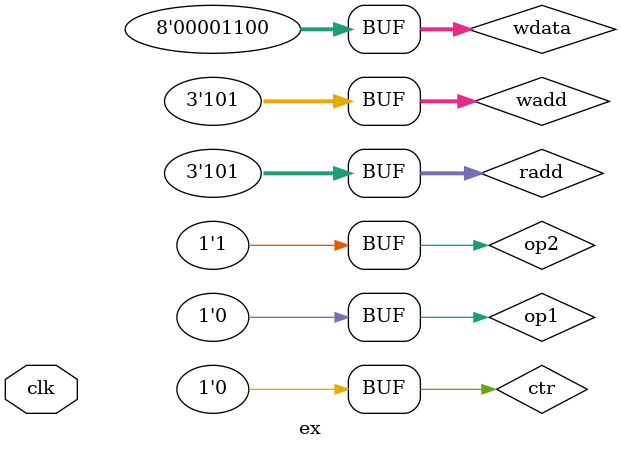
<source format=v>
`timescale 1ns/1ps
module ex(clk);
  input clk;
  wire [7:0] rdata1,rdata2;
  reg [2:0] wadd,radd;
  reg [7:0] wdata;
  reg op1,op2,ctr;
  initial begin
    wadd=5;
    radd=5;
    op1=0;
    op2=1;
    ctr=0;
    wdata=12;
  end
  regbank x1(rdata1,clk,wadd,radd,wdata,op1,ctr);
  regbank x2(rdata2,clk,wadd,radd,wdata,op2,ctr);
endmodule 

</source>
